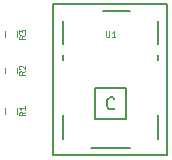
<source format=gbr>
G04 #@! TF.FileFunction,Legend,Top*
%FSLAX46Y46*%
G04 Gerber Fmt 4.6, Leading zero omitted, Abs format (unit mm)*
G04 Created by KiCad (PCBNEW 4.0.7-e2-6376~58~ubuntu16.04.1) date Wed Aug  1 22:41:23 2018*
%MOMM*%
%LPD*%
G01*
G04 APERTURE LIST*
%ADD10C,0.100000*%
%ADD11C,0.120000*%
%ADD12C,0.150000*%
G04 APERTURE END LIST*
D10*
D11*
X153980000Y-101075000D02*
X153980000Y-100575000D01*
X152920000Y-100575000D02*
X152920000Y-101075000D01*
X153980000Y-97650000D02*
X153980000Y-97150000D01*
X152920000Y-97150000D02*
X152920000Y-97650000D01*
X153980000Y-94575000D02*
X153980000Y-94075000D01*
X152920000Y-94075000D02*
X152920000Y-94575000D01*
D12*
X161875000Y-103975000D02*
X160225000Y-103975000D01*
X161875000Y-103975000D02*
X163525000Y-103975000D01*
X161875000Y-92375000D02*
X163525000Y-92375000D01*
X161875000Y-92375000D02*
X161225000Y-92375000D01*
X165875000Y-101175000D02*
X165875000Y-101125000D01*
X165875000Y-101175000D02*
X165875000Y-103175000D01*
X157875000Y-101125000D02*
X157875000Y-103175000D01*
X165925000Y-96425000D02*
X165925000Y-96475000D01*
X165925000Y-96075000D02*
X165925000Y-96425000D01*
X165875000Y-95075000D02*
X165875000Y-95175000D01*
X165875000Y-93275000D02*
X165875000Y-93175000D01*
X157875000Y-93275000D02*
X157875000Y-93175000D01*
X157875000Y-95075000D02*
X157875000Y-95175000D01*
X157875000Y-96425000D02*
X157875000Y-96475000D01*
X157875000Y-96075000D02*
X157875000Y-96425000D01*
X165875000Y-93375000D02*
X165875000Y-93275000D01*
X157875000Y-93375000D02*
X157875000Y-93275000D01*
X161875000Y-98875000D02*
X163175000Y-98875000D01*
X163175000Y-98875000D02*
X163175000Y-101475000D01*
X163175000Y-101475000D02*
X160575000Y-101475000D01*
X160575000Y-101475000D02*
X160575000Y-98875000D01*
X160575000Y-98875000D02*
X161875000Y-98875000D01*
X157875000Y-95075000D02*
X157875000Y-93375000D01*
X165875000Y-93375000D02*
X165875000Y-95075000D01*
X157175000Y-91775000D02*
X166675000Y-91775000D01*
X166675000Y-91775000D02*
X166675000Y-104575000D01*
X166675000Y-104575000D02*
X156975000Y-104575000D01*
X156975000Y-104575000D02*
X156975000Y-92075000D01*
X156975000Y-92075000D02*
X156975000Y-91775000D01*
X156975000Y-91775000D02*
X157175000Y-91775000D01*
D10*
X154651190Y-100908333D02*
X154413095Y-101075000D01*
X154651190Y-101194047D02*
X154151190Y-101194047D01*
X154151190Y-101003571D01*
X154175000Y-100955952D01*
X154198810Y-100932143D01*
X154246429Y-100908333D01*
X154317857Y-100908333D01*
X154365476Y-100932143D01*
X154389286Y-100955952D01*
X154413095Y-101003571D01*
X154413095Y-101194047D01*
X154651190Y-100432143D02*
X154651190Y-100717857D01*
X154651190Y-100575000D02*
X154151190Y-100575000D01*
X154222619Y-100622619D01*
X154270238Y-100670238D01*
X154294048Y-100717857D01*
X154626190Y-97458333D02*
X154388095Y-97625000D01*
X154626190Y-97744047D02*
X154126190Y-97744047D01*
X154126190Y-97553571D01*
X154150000Y-97505952D01*
X154173810Y-97482143D01*
X154221429Y-97458333D01*
X154292857Y-97458333D01*
X154340476Y-97482143D01*
X154364286Y-97505952D01*
X154388095Y-97553571D01*
X154388095Y-97744047D01*
X154173810Y-97267857D02*
X154150000Y-97244047D01*
X154126190Y-97196428D01*
X154126190Y-97077381D01*
X154150000Y-97029762D01*
X154173810Y-97005952D01*
X154221429Y-96982143D01*
X154269048Y-96982143D01*
X154340476Y-97005952D01*
X154626190Y-97291666D01*
X154626190Y-96982143D01*
X154651190Y-94433333D02*
X154413095Y-94600000D01*
X154651190Y-94719047D02*
X154151190Y-94719047D01*
X154151190Y-94528571D01*
X154175000Y-94480952D01*
X154198810Y-94457143D01*
X154246429Y-94433333D01*
X154317857Y-94433333D01*
X154365476Y-94457143D01*
X154389286Y-94480952D01*
X154413095Y-94528571D01*
X154413095Y-94719047D01*
X154151190Y-94266666D02*
X154151190Y-93957143D01*
X154341667Y-94123809D01*
X154341667Y-94052381D01*
X154365476Y-94004762D01*
X154389286Y-93980952D01*
X154436905Y-93957143D01*
X154555952Y-93957143D01*
X154603571Y-93980952D01*
X154627381Y-94004762D01*
X154651190Y-94052381D01*
X154651190Y-94195238D01*
X154627381Y-94242857D01*
X154603571Y-94266666D01*
X161494048Y-94051190D02*
X161494048Y-94455952D01*
X161517857Y-94503571D01*
X161541667Y-94527381D01*
X161589286Y-94551190D01*
X161684524Y-94551190D01*
X161732143Y-94527381D01*
X161755952Y-94503571D01*
X161779762Y-94455952D01*
X161779762Y-94051190D01*
X162279762Y-94551190D02*
X161994048Y-94551190D01*
X162136905Y-94551190D02*
X162136905Y-94051190D01*
X162089286Y-94122619D01*
X162041667Y-94170238D01*
X161994048Y-94194048D01*
D12*
X162184524Y-100582143D02*
X162136905Y-100629762D01*
X161994048Y-100677381D01*
X161898810Y-100677381D01*
X161755952Y-100629762D01*
X161660714Y-100534524D01*
X161613095Y-100439286D01*
X161565476Y-100248810D01*
X161565476Y-100105952D01*
X161613095Y-99915476D01*
X161660714Y-99820238D01*
X161755952Y-99725000D01*
X161898810Y-99677381D01*
X161994048Y-99677381D01*
X162136905Y-99725000D01*
X162184524Y-99772619D01*
M02*

</source>
